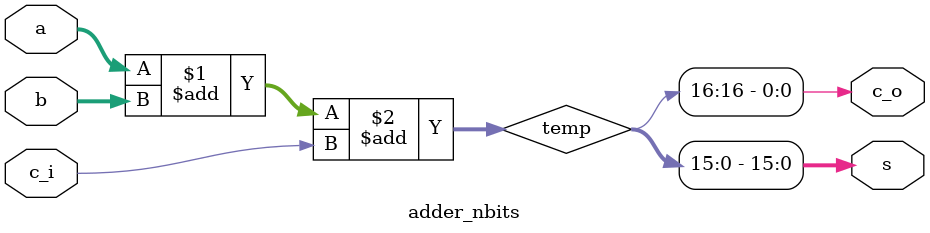
<source format=v>
module adder_nbits
#(
    parameter bits = 16
)
(
    input [(bits-1):0] a,
    input [(bits-1):0] b,
    input c_i,
    output [(bits - 1):0] s,
    output c_o
);
   wire [bits:0] temp;

   assign temp = a + b + c_i;
   assign s = temp [(bits-1):0];     // slicing of temp for sum
   assign c_o = temp[bits];
endmodule

</source>
